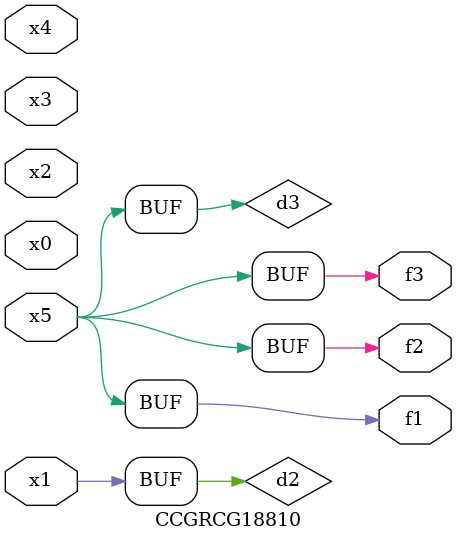
<source format=v>
module CCGRCG18810(
	input x0, x1, x2, x3, x4, x5,
	output f1, f2, f3
);

	wire d1, d2, d3;

	not (d1, x5);
	or (d2, x1);
	xnor (d3, d1);
	assign f1 = d3;
	assign f2 = d3;
	assign f3 = d3;
endmodule

</source>
